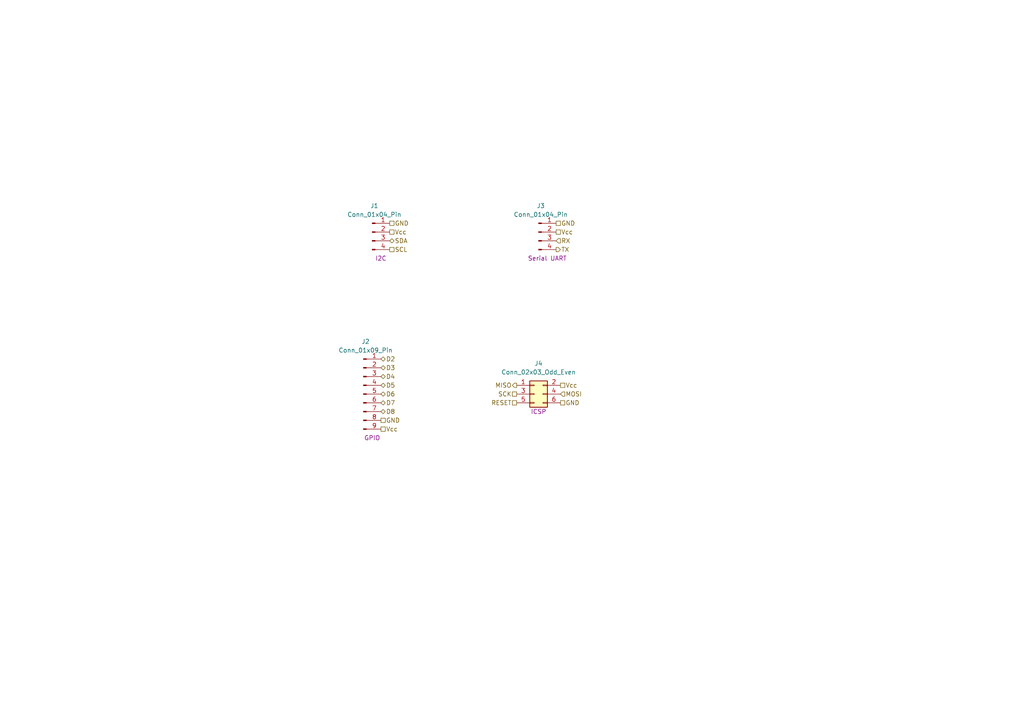
<source format=kicad_sch>
(kicad_sch (version 20250114) (generator "eeschema") (generator_version "9.0")
  (paper "A4")
  (title_block (title "${project_name}") (date "2025-08-28") (rev "1.0") (company "https://www.michellemaia.com"))
  (lib_symbols
    (symbol "Connector:Conn_01x04_Pin" (pin_names (offset 1.016) (hide yes))
      (property "Reference" "J" (at 0 5.08 0))
      (property "Value" "Conn_01x04_Pin" (at 0 -7.62 0))
      (symbol "Conn_01x04_Pin_1_1"
        (rectangle (start 0.8636 2.667) (end 0 2.413) (stroke (width 0.1524)) (fill (type outline)))
        (rectangle (start 0.8636 0.127) (end 0 -0.127) (stroke (width 0.1524)) (fill (type outline)))
        (rectangle (start 0.8636 -2.413) (end 0 -2.667) (stroke (width 0.1524)) (fill (type outline)))
        (rectangle (start 0.8636 -4.953) (end 0 -5.207) (stroke (width 0.1524)) (fill (type outline)))
        (polyline (pts (xy 1.27 2.54) (xy 0.8636 2.54)) (stroke (width 0.1524)))
        (polyline (pts (xy 1.27 0) (xy 0.8636 0)) (stroke (width 0.1524)))
        (polyline (pts (xy 1.27 -2.54) (xy 0.8636 -2.54)) (stroke (width 0.1524)))
        (polyline (pts (xy 1.27 -5.08) (xy 0.8636 -5.08)) (stroke (width 0.1524)))
        (pin passive line (at 5.08 2.54 180) (length 3.81) (name "Pin_1") (number "1"))
        (pin passive line (at 5.08 0 180) (length 3.81) (name "Pin_2") (number "2"))
        (pin passive line (at 5.08 -2.54 180) (length 3.81) (name "Pin_3") (number "3"))
        (pin passive line (at 5.08 -5.08 180) (length 3.81) (name "Pin_4") (number "4"))
      )
    )
    (symbol "Connector:Conn_01x09_Pin" (pin_names (offset 1.016) (hide yes))
      (property "Reference" "J" (at 0 12.7 0))
      (property "Value" "Conn_01x09_Pin" (at 0 -12.7 0))
      (symbol "Conn_01x09_Pin_1_1"
        (rectangle (start 0.8636 10.287) (end 0 10.033) (stroke (width 0.1524)) (fill (type outline)))
        (rectangle (start 0.8636 7.747) (end 0 7.493) (stroke (width 0.1524)) (fill (type outline)))
        (rectangle (start 0.8636 5.207) (end 0 4.953) (stroke (width 0.1524)) (fill (type outline)))
        (rectangle (start 0.8636 2.667) (end 0 2.413) (stroke (width 0.1524)) (fill (type outline)))
        (rectangle (start 0.8636 0.127) (end 0 -0.127) (stroke (width 0.1524)) (fill (type outline)))
        (rectangle (start 0.8636 -2.413) (end 0 -2.667) (stroke (width 0.1524)) (fill (type outline)))
        (rectangle (start 0.8636 -4.953) (end 0 -5.207) (stroke (width 0.1524)) (fill (type outline)))
        (rectangle (start 0.8636 -7.493) (end 0 -7.747) (stroke (width 0.1524)) (fill (type outline)))
        (rectangle (start 0.8636 -10.033) (end 0 -10.287) (stroke (width 0.1524)) (fill (type outline)))
        (polyline (pts (xy 1.27 10.16) (xy 0.8636 10.16)) (stroke (width 0.1524)))
        (polyline (pts (xy 1.27 7.62) (xy 0.8636 7.62)) (stroke (width 0.1524)))
        (polyline (pts (xy 1.27 5.08) (xy 0.8636 5.08)) (stroke (width 0.1524)))
        (polyline (pts (xy 1.27 2.54) (xy 0.8636 2.54)) (stroke (width 0.1524)))
        (polyline (pts (xy 1.27 0) (xy 0.8636 0)) (stroke (width 0.1524)))
        (polyline (pts (xy 1.27 -2.54) (xy 0.8636 -2.54)) (stroke (width 0.1524)))
        (polyline (pts (xy 1.27 -5.08) (xy 0.8636 -5.08)) (stroke (width 0.1524)))
        (polyline (pts (xy 1.27 -7.62) (xy 0.8636 -7.62)) (stroke (width 0.1524)))
        (polyline (pts (xy 1.27 -10.16) (xy 0.8636 -10.16)) (stroke (width 0.1524)))
        (pin passive line (at 5.08 10.16 180) (length 3.81) (name "Pin_1") (number "1"))
        (pin passive line (at 5.08 7.62 180) (length 3.81) (name "Pin_2") (number "2"))
        (pin passive line (at 5.08 5.08 180) (length 3.81) (name "Pin_3") (number "3"))
        (pin passive line (at 5.08 2.54 180) (length 3.81) (name "Pin_4") (number "4"))
        (pin passive line (at 5.08 0 180) (length 3.81) (name "Pin_5") (number "5"))
        (pin passive line (at 5.08 -2.54 180) (length 3.81) (name "Pin_6") (number "6"))
        (pin passive line (at 5.08 -5.08 180) (length 3.81) (name "Pin_7") (number "7"))
        (pin passive line (at 5.08 -7.62 180) (length 3.81) (name "Pin_8") (number "8"))
        (pin passive line (at 5.08 -10.16 180) (length 3.81) (name "Pin_9") (number "9"))
      )
    )
    (symbol "Connector_Generic:Conn_02x03_Odd_Even" (pin_names (offset 1.016) (hide yes))
      (property "Reference" "J" (at 1.27 5.08 0))
      (property "Value" "Conn_02x03_Odd_Even" (at 1.27 -5.08 0))
      (symbol "Conn_02x03_Odd_Even_1_1"
        (rectangle (start -1.27 3.81) (end 3.81 -3.81) (stroke (width 0.254)) (fill (type background)))
        (rectangle (start -1.27 2.667) (end 0 2.413) (stroke (width 0.1524)))
        (rectangle (start -1.27 0.127) (end 0 -0.127) (stroke (width 0.1524)))
        (rectangle (start -1.27 -2.413) (end 0 -2.667) (stroke (width 0.1524)))
        (rectangle (start 3.81 2.667) (end 2.54 2.413) (stroke (width 0.1524)))
        (rectangle (start 3.81 0.127) (end 2.54 -0.127) (stroke (width 0.1524)))
        (rectangle (start 3.81 -2.413) (end 2.54 -2.667) (stroke (width 0.1524)))
        (pin passive line (at -5.08 2.54 0) (length 3.81) (name "Pin_1") (number "1"))
        (pin passive line (at -5.08 0 0) (length 3.81) (name "Pin_3") (number "3"))
        (pin passive line (at -5.08 -2.54 0) (length 3.81) (name "Pin_5") (number "5"))
        (pin passive line (at 7.62 2.54 180) (length 3.81) (name "Pin_2") (number "2"))
        (pin passive line (at 7.62 0 180) (length 3.81) (name "Pin_4") (number "4"))
        (pin passive line (at 7.62 -2.54 180) (length 3.81) (name "Pin_6") (number "6"))
      )
    )
  )
  (hierarchical_label "D8" (shape bidirectional) (at 110.49 119.38 0))
  (hierarchical_label "RX" (shape input) (at 161.29 69.85 0))
  (hierarchical_label "D2" (shape bidirectional) (at 110.49 104.14 0))
  (hierarchical_label "SCL" (shape passive) (at 113.03 72.39 0))
  (hierarchical_label "Vcc" (shape passive) (at 113.03 67.31 0))
  (hierarchical_label "GND" (shape passive) (at 162.56 116.84 0))
  (hierarchical_label "Vcc" (shape passive) (at 162.56 111.76 0))
  (hierarchical_label "Vcc" (shape passive) (at 110.49 124.46 0))
  (hierarchical_label "RESET" (shape passive) (at 149.86 116.84 180))
  (hierarchical_label "D7" (shape bidirectional) (at 110.49 116.84 0))
  (hierarchical_label "TX" (shape output) (at 161.29 72.39 0))
  (hierarchical_label "D3" (shape bidirectional) (at 110.49 106.68 0))
  (hierarchical_label "Vcc" (shape passive) (at 161.29 67.31 0))
  (hierarchical_label "D5" (shape bidirectional) (at 110.49 111.76 0))
  (hierarchical_label "D6" (shape bidirectional) (at 110.49 114.3 0))
  (hierarchical_label "GND" (shape passive) (at 113.03 64.77 0))
  (hierarchical_label "D4" (shape bidirectional) (at 110.49 109.22 0))
  (hierarchical_label "MISO" (shape output) (at 149.86 111.76 180))
  (hierarchical_label "MOSI" (shape input) (at 162.56 114.3 0))
  (hierarchical_label "SDA" (shape bidirectional) (at 113.03 69.85 0))
  (hierarchical_label "GND" (shape passive) (at 110.49 121.92 0))
  (hierarchical_label "GND" (shape passive) (at 161.29 64.77 0))
  (hierarchical_label "SCK" (shape passive) (at 149.86 114.3 180))
  (symbol (lib_id "Connector:Conn_01x09_Pin") (at 105.41 114.3 0) (unit 1)
    (property "Reference" "J2" (at 106.045 99.06 0))
    (property "Value" "Conn_01x09_Pin" (at 106.045 101.6 0))
    (property "Footprint" "Connector_PinHeader_2.54mm:PinHeader_1x09_P2.54mm_Vertical" (effects (hide yes)))
    (property "Description" "Generic connector, single row, 01x09, script generated" (effects (hide yes)))
    (property "Purpose" "GPIO" (at 107.95 127 0))
  )
  (symbol (lib_id "Connector:Conn_01x04_Pin") (at 156.21 67.31 0) (unit 1)
    (property "Reference" "J3" (at 156.845 59.69 0))
    (property "Value" "Conn_01x04_Pin" (at 156.845 62.23 0))
    (property "Footprint" "Connector_PinHeader_2.54mm:PinHeader_1x04_P2.54mm_Vertical" (effects (hide yes)))
    (property "Description" "Generic connector, single row, 01x04, script generated" (effects (hide yes)))
    (property "Purpose" "Serial UART" (at 158.75 74.93 0))
  )
  (symbol (lib_id "Connector_Generic:Conn_02x03_Odd_Even") (at 154.94 114.3 0) (unit 1)
    (property "Reference" "J4" (at 156.21 105.41 0))
    (property "Value" "Conn_02x03_Odd_Even" (at 156.21 107.95 0))
    (property "Footprint" "Connector_PinHeader_2.54mm:PinHeader_2x03_P2.54mm_Vertical" (effects (hide yes)))
    (property "Description" "Generic connector, double row, 02x03, odd/even pin numbering scheme (row 1 odd numbers, row 2 even numbers), script generated (kicad-library-utils/schlib/autogen/connector/)" (effects (hide yes)))
    (property "Purpose" "ICSP" (at 156.21 119.38 0))
  )
  (symbol (lib_id "Connector:Conn_01x04_Pin") (at 107.95 67.31 0) (unit 1)
    (property "Reference" "J1" (at 108.585 59.69 0))
    (property "Value" "Conn_01x04_Pin" (at 108.585 62.23 0))
    (property "Footprint" "Connector_PinHeader_2.54mm:PinHeader_1x04_P2.54mm_Vertical" (effects (hide yes)))
    (property "Description" "Generic connector, single row, 01x04, script generated" (effects (hide yes)))
    (property "Purpose" "I2C" (at 110.49 74.93 0))
  )
)
</source>
